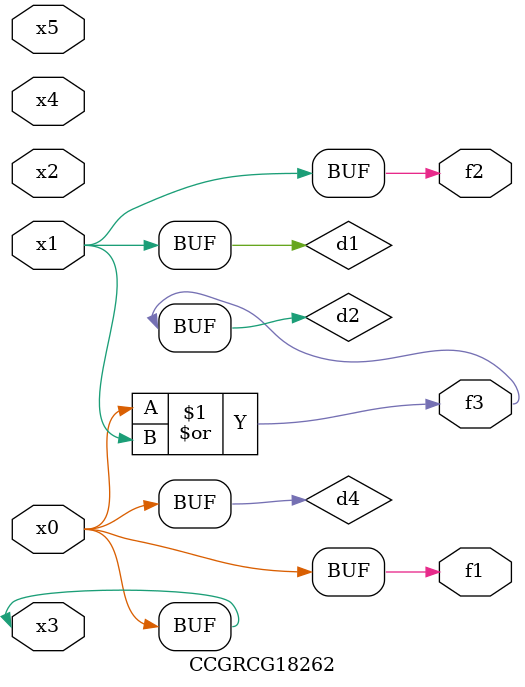
<source format=v>
module CCGRCG18262(
	input x0, x1, x2, x3, x4, x5,
	output f1, f2, f3
);

	wire d1, d2, d3, d4;

	and (d1, x1);
	or (d2, x0, x1);
	nand (d3, x0, x5);
	buf (d4, x0, x3);
	assign f1 = d4;
	assign f2 = d1;
	assign f3 = d2;
endmodule

</source>
